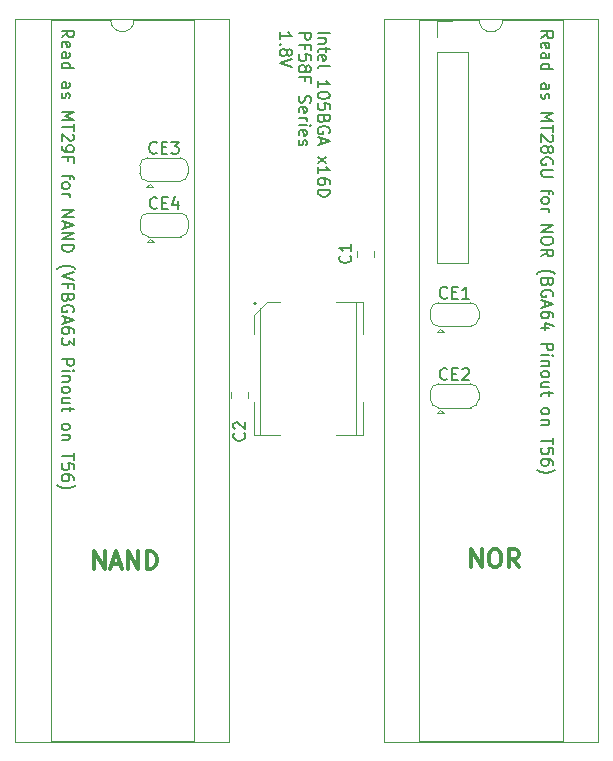
<source format=gbr>
%TF.GenerationSoftware,KiCad,Pcbnew,8.0.3*%
%TF.CreationDate,2024-11-10T11:38:16-08:00*%
%TF.ProjectId,Intel 105 BGA NOR+NAND,496e7465-6c20-4313-9035-20424741204e,rev?*%
%TF.SameCoordinates,Original*%
%TF.FileFunction,Legend,Top*%
%TF.FilePolarity,Positive*%
%FSLAX46Y46*%
G04 Gerber Fmt 4.6, Leading zero omitted, Abs format (unit mm)*
G04 Created by KiCad (PCBNEW 8.0.3) date 2024-11-10 11:38:16*
%MOMM*%
%LPD*%
G01*
G04 APERTURE LIST*
%ADD10C,0.100000*%
%ADD11C,0.300000*%
%ADD12C,0.150000*%
%ADD13C,0.120000*%
%ADD14C,0.200000*%
G04 APERTURE END LIST*
D10*
X159430000Y-97190000D02*
X159427000Y-86512800D01*
X167550000Y-97180000D02*
X167550000Y-85960000D01*
D11*
X145385310Y-108563628D02*
X145385310Y-107063628D01*
X145385310Y-107063628D02*
X146242453Y-108563628D01*
X146242453Y-108563628D02*
X146242453Y-107063628D01*
X146885311Y-108135057D02*
X147599597Y-108135057D01*
X146742454Y-108563628D02*
X147242454Y-107063628D01*
X147242454Y-107063628D02*
X147742454Y-108563628D01*
X148242453Y-108563628D02*
X148242453Y-107063628D01*
X148242453Y-107063628D02*
X149099596Y-108563628D01*
X149099596Y-108563628D02*
X149099596Y-107063628D01*
X149813882Y-108563628D02*
X149813882Y-107063628D01*
X149813882Y-107063628D02*
X150171025Y-107063628D01*
X150171025Y-107063628D02*
X150385311Y-107135057D01*
X150385311Y-107135057D02*
X150528168Y-107277914D01*
X150528168Y-107277914D02*
X150599597Y-107420771D01*
X150599597Y-107420771D02*
X150671025Y-107706485D01*
X150671025Y-107706485D02*
X150671025Y-107920771D01*
X150671025Y-107920771D02*
X150599597Y-108206485D01*
X150599597Y-108206485D02*
X150528168Y-108349342D01*
X150528168Y-108349342D02*
X150385311Y-108492200D01*
X150385311Y-108492200D02*
X150171025Y-108563628D01*
X150171025Y-108563628D02*
X149813882Y-108563628D01*
D12*
X183230180Y-63633207D02*
X183706371Y-63299874D01*
X183230180Y-63061779D02*
X184230180Y-63061779D01*
X184230180Y-63061779D02*
X184230180Y-63442731D01*
X184230180Y-63442731D02*
X184182561Y-63537969D01*
X184182561Y-63537969D02*
X184134942Y-63585588D01*
X184134942Y-63585588D02*
X184039704Y-63633207D01*
X184039704Y-63633207D02*
X183896847Y-63633207D01*
X183896847Y-63633207D02*
X183801609Y-63585588D01*
X183801609Y-63585588D02*
X183753990Y-63537969D01*
X183753990Y-63537969D02*
X183706371Y-63442731D01*
X183706371Y-63442731D02*
X183706371Y-63061779D01*
X183277800Y-64442731D02*
X183230180Y-64347493D01*
X183230180Y-64347493D02*
X183230180Y-64157017D01*
X183230180Y-64157017D02*
X183277800Y-64061779D01*
X183277800Y-64061779D02*
X183373038Y-64014160D01*
X183373038Y-64014160D02*
X183753990Y-64014160D01*
X183753990Y-64014160D02*
X183849228Y-64061779D01*
X183849228Y-64061779D02*
X183896847Y-64157017D01*
X183896847Y-64157017D02*
X183896847Y-64347493D01*
X183896847Y-64347493D02*
X183849228Y-64442731D01*
X183849228Y-64442731D02*
X183753990Y-64490350D01*
X183753990Y-64490350D02*
X183658752Y-64490350D01*
X183658752Y-64490350D02*
X183563514Y-64014160D01*
X183230180Y-65347493D02*
X183753990Y-65347493D01*
X183753990Y-65347493D02*
X183849228Y-65299874D01*
X183849228Y-65299874D02*
X183896847Y-65204636D01*
X183896847Y-65204636D02*
X183896847Y-65014160D01*
X183896847Y-65014160D02*
X183849228Y-64918922D01*
X183277800Y-65347493D02*
X183230180Y-65252255D01*
X183230180Y-65252255D02*
X183230180Y-65014160D01*
X183230180Y-65014160D02*
X183277800Y-64918922D01*
X183277800Y-64918922D02*
X183373038Y-64871303D01*
X183373038Y-64871303D02*
X183468276Y-64871303D01*
X183468276Y-64871303D02*
X183563514Y-64918922D01*
X183563514Y-64918922D02*
X183611133Y-65014160D01*
X183611133Y-65014160D02*
X183611133Y-65252255D01*
X183611133Y-65252255D02*
X183658752Y-65347493D01*
X183230180Y-66252255D02*
X184230180Y-66252255D01*
X183277800Y-66252255D02*
X183230180Y-66157017D01*
X183230180Y-66157017D02*
X183230180Y-65966541D01*
X183230180Y-65966541D02*
X183277800Y-65871303D01*
X183277800Y-65871303D02*
X183325419Y-65823684D01*
X183325419Y-65823684D02*
X183420657Y-65776065D01*
X183420657Y-65776065D02*
X183706371Y-65776065D01*
X183706371Y-65776065D02*
X183801609Y-65823684D01*
X183801609Y-65823684D02*
X183849228Y-65871303D01*
X183849228Y-65871303D02*
X183896847Y-65966541D01*
X183896847Y-65966541D02*
X183896847Y-66157017D01*
X183896847Y-66157017D02*
X183849228Y-66252255D01*
X183230180Y-67918922D02*
X183753990Y-67918922D01*
X183753990Y-67918922D02*
X183849228Y-67871303D01*
X183849228Y-67871303D02*
X183896847Y-67776065D01*
X183896847Y-67776065D02*
X183896847Y-67585589D01*
X183896847Y-67585589D02*
X183849228Y-67490351D01*
X183277800Y-67918922D02*
X183230180Y-67823684D01*
X183230180Y-67823684D02*
X183230180Y-67585589D01*
X183230180Y-67585589D02*
X183277800Y-67490351D01*
X183277800Y-67490351D02*
X183373038Y-67442732D01*
X183373038Y-67442732D02*
X183468276Y-67442732D01*
X183468276Y-67442732D02*
X183563514Y-67490351D01*
X183563514Y-67490351D02*
X183611133Y-67585589D01*
X183611133Y-67585589D02*
X183611133Y-67823684D01*
X183611133Y-67823684D02*
X183658752Y-67918922D01*
X183277800Y-68347494D02*
X183230180Y-68442732D01*
X183230180Y-68442732D02*
X183230180Y-68633208D01*
X183230180Y-68633208D02*
X183277800Y-68728446D01*
X183277800Y-68728446D02*
X183373038Y-68776065D01*
X183373038Y-68776065D02*
X183420657Y-68776065D01*
X183420657Y-68776065D02*
X183515895Y-68728446D01*
X183515895Y-68728446D02*
X183563514Y-68633208D01*
X183563514Y-68633208D02*
X183563514Y-68490351D01*
X183563514Y-68490351D02*
X183611133Y-68395113D01*
X183611133Y-68395113D02*
X183706371Y-68347494D01*
X183706371Y-68347494D02*
X183753990Y-68347494D01*
X183753990Y-68347494D02*
X183849228Y-68395113D01*
X183849228Y-68395113D02*
X183896847Y-68490351D01*
X183896847Y-68490351D02*
X183896847Y-68633208D01*
X183896847Y-68633208D02*
X183849228Y-68728446D01*
X183230180Y-69966542D02*
X184230180Y-69966542D01*
X184230180Y-69966542D02*
X183515895Y-70299875D01*
X183515895Y-70299875D02*
X184230180Y-70633208D01*
X184230180Y-70633208D02*
X183230180Y-70633208D01*
X184230180Y-70966542D02*
X184230180Y-71537970D01*
X183230180Y-71252256D02*
X184230180Y-71252256D01*
X184134942Y-71823685D02*
X184182561Y-71871304D01*
X184182561Y-71871304D02*
X184230180Y-71966542D01*
X184230180Y-71966542D02*
X184230180Y-72204637D01*
X184230180Y-72204637D02*
X184182561Y-72299875D01*
X184182561Y-72299875D02*
X184134942Y-72347494D01*
X184134942Y-72347494D02*
X184039704Y-72395113D01*
X184039704Y-72395113D02*
X183944466Y-72395113D01*
X183944466Y-72395113D02*
X183801609Y-72347494D01*
X183801609Y-72347494D02*
X183230180Y-71776066D01*
X183230180Y-71776066D02*
X183230180Y-72395113D01*
X183801609Y-72966542D02*
X183849228Y-72871304D01*
X183849228Y-72871304D02*
X183896847Y-72823685D01*
X183896847Y-72823685D02*
X183992085Y-72776066D01*
X183992085Y-72776066D02*
X184039704Y-72776066D01*
X184039704Y-72776066D02*
X184134942Y-72823685D01*
X184134942Y-72823685D02*
X184182561Y-72871304D01*
X184182561Y-72871304D02*
X184230180Y-72966542D01*
X184230180Y-72966542D02*
X184230180Y-73157018D01*
X184230180Y-73157018D02*
X184182561Y-73252256D01*
X184182561Y-73252256D02*
X184134942Y-73299875D01*
X184134942Y-73299875D02*
X184039704Y-73347494D01*
X184039704Y-73347494D02*
X183992085Y-73347494D01*
X183992085Y-73347494D02*
X183896847Y-73299875D01*
X183896847Y-73299875D02*
X183849228Y-73252256D01*
X183849228Y-73252256D02*
X183801609Y-73157018D01*
X183801609Y-73157018D02*
X183801609Y-72966542D01*
X183801609Y-72966542D02*
X183753990Y-72871304D01*
X183753990Y-72871304D02*
X183706371Y-72823685D01*
X183706371Y-72823685D02*
X183611133Y-72776066D01*
X183611133Y-72776066D02*
X183420657Y-72776066D01*
X183420657Y-72776066D02*
X183325419Y-72823685D01*
X183325419Y-72823685D02*
X183277800Y-72871304D01*
X183277800Y-72871304D02*
X183230180Y-72966542D01*
X183230180Y-72966542D02*
X183230180Y-73157018D01*
X183230180Y-73157018D02*
X183277800Y-73252256D01*
X183277800Y-73252256D02*
X183325419Y-73299875D01*
X183325419Y-73299875D02*
X183420657Y-73347494D01*
X183420657Y-73347494D02*
X183611133Y-73347494D01*
X183611133Y-73347494D02*
X183706371Y-73299875D01*
X183706371Y-73299875D02*
X183753990Y-73252256D01*
X183753990Y-73252256D02*
X183801609Y-73157018D01*
X184182561Y-74299875D02*
X184230180Y-74204637D01*
X184230180Y-74204637D02*
X184230180Y-74061780D01*
X184230180Y-74061780D02*
X184182561Y-73918923D01*
X184182561Y-73918923D02*
X184087323Y-73823685D01*
X184087323Y-73823685D02*
X183992085Y-73776066D01*
X183992085Y-73776066D02*
X183801609Y-73728447D01*
X183801609Y-73728447D02*
X183658752Y-73728447D01*
X183658752Y-73728447D02*
X183468276Y-73776066D01*
X183468276Y-73776066D02*
X183373038Y-73823685D01*
X183373038Y-73823685D02*
X183277800Y-73918923D01*
X183277800Y-73918923D02*
X183230180Y-74061780D01*
X183230180Y-74061780D02*
X183230180Y-74157018D01*
X183230180Y-74157018D02*
X183277800Y-74299875D01*
X183277800Y-74299875D02*
X183325419Y-74347494D01*
X183325419Y-74347494D02*
X183658752Y-74347494D01*
X183658752Y-74347494D02*
X183658752Y-74157018D01*
X184230180Y-74776066D02*
X183420657Y-74776066D01*
X183420657Y-74776066D02*
X183325419Y-74823685D01*
X183325419Y-74823685D02*
X183277800Y-74871304D01*
X183277800Y-74871304D02*
X183230180Y-74966542D01*
X183230180Y-74966542D02*
X183230180Y-75157018D01*
X183230180Y-75157018D02*
X183277800Y-75252256D01*
X183277800Y-75252256D02*
X183325419Y-75299875D01*
X183325419Y-75299875D02*
X183420657Y-75347494D01*
X183420657Y-75347494D02*
X184230180Y-75347494D01*
X183896847Y-76442733D02*
X183896847Y-76823685D01*
X183230180Y-76585590D02*
X184087323Y-76585590D01*
X184087323Y-76585590D02*
X184182561Y-76633209D01*
X184182561Y-76633209D02*
X184230180Y-76728447D01*
X184230180Y-76728447D02*
X184230180Y-76823685D01*
X183230180Y-77299876D02*
X183277800Y-77204638D01*
X183277800Y-77204638D02*
X183325419Y-77157019D01*
X183325419Y-77157019D02*
X183420657Y-77109400D01*
X183420657Y-77109400D02*
X183706371Y-77109400D01*
X183706371Y-77109400D02*
X183801609Y-77157019D01*
X183801609Y-77157019D02*
X183849228Y-77204638D01*
X183849228Y-77204638D02*
X183896847Y-77299876D01*
X183896847Y-77299876D02*
X183896847Y-77442733D01*
X183896847Y-77442733D02*
X183849228Y-77537971D01*
X183849228Y-77537971D02*
X183801609Y-77585590D01*
X183801609Y-77585590D02*
X183706371Y-77633209D01*
X183706371Y-77633209D02*
X183420657Y-77633209D01*
X183420657Y-77633209D02*
X183325419Y-77585590D01*
X183325419Y-77585590D02*
X183277800Y-77537971D01*
X183277800Y-77537971D02*
X183230180Y-77442733D01*
X183230180Y-77442733D02*
X183230180Y-77299876D01*
X183230180Y-78061781D02*
X183896847Y-78061781D01*
X183706371Y-78061781D02*
X183801609Y-78109400D01*
X183801609Y-78109400D02*
X183849228Y-78157019D01*
X183849228Y-78157019D02*
X183896847Y-78252257D01*
X183896847Y-78252257D02*
X183896847Y-78347495D01*
X183230180Y-79442734D02*
X184230180Y-79442734D01*
X184230180Y-79442734D02*
X183230180Y-80014162D01*
X183230180Y-80014162D02*
X184230180Y-80014162D01*
X184230180Y-80680829D02*
X184230180Y-80871305D01*
X184230180Y-80871305D02*
X184182561Y-80966543D01*
X184182561Y-80966543D02*
X184087323Y-81061781D01*
X184087323Y-81061781D02*
X183896847Y-81109400D01*
X183896847Y-81109400D02*
X183563514Y-81109400D01*
X183563514Y-81109400D02*
X183373038Y-81061781D01*
X183373038Y-81061781D02*
X183277800Y-80966543D01*
X183277800Y-80966543D02*
X183230180Y-80871305D01*
X183230180Y-80871305D02*
X183230180Y-80680829D01*
X183230180Y-80680829D02*
X183277800Y-80585591D01*
X183277800Y-80585591D02*
X183373038Y-80490353D01*
X183373038Y-80490353D02*
X183563514Y-80442734D01*
X183563514Y-80442734D02*
X183896847Y-80442734D01*
X183896847Y-80442734D02*
X184087323Y-80490353D01*
X184087323Y-80490353D02*
X184182561Y-80585591D01*
X184182561Y-80585591D02*
X184230180Y-80680829D01*
X183230180Y-82109400D02*
X183706371Y-81776067D01*
X183230180Y-81537972D02*
X184230180Y-81537972D01*
X184230180Y-81537972D02*
X184230180Y-81918924D01*
X184230180Y-81918924D02*
X184182561Y-82014162D01*
X184182561Y-82014162D02*
X184134942Y-82061781D01*
X184134942Y-82061781D02*
X184039704Y-82109400D01*
X184039704Y-82109400D02*
X183896847Y-82109400D01*
X183896847Y-82109400D02*
X183801609Y-82061781D01*
X183801609Y-82061781D02*
X183753990Y-82014162D01*
X183753990Y-82014162D02*
X183706371Y-81918924D01*
X183706371Y-81918924D02*
X183706371Y-81537972D01*
X182849228Y-83585591D02*
X182896847Y-83537972D01*
X182896847Y-83537972D02*
X183039704Y-83442734D01*
X183039704Y-83442734D02*
X183134942Y-83395115D01*
X183134942Y-83395115D02*
X183277800Y-83347496D01*
X183277800Y-83347496D02*
X183515895Y-83299877D01*
X183515895Y-83299877D02*
X183706371Y-83299877D01*
X183706371Y-83299877D02*
X183944466Y-83347496D01*
X183944466Y-83347496D02*
X184087323Y-83395115D01*
X184087323Y-83395115D02*
X184182561Y-83442734D01*
X184182561Y-83442734D02*
X184325419Y-83537972D01*
X184325419Y-83537972D02*
X184373038Y-83585591D01*
X183753990Y-84299877D02*
X183706371Y-84442734D01*
X183706371Y-84442734D02*
X183658752Y-84490353D01*
X183658752Y-84490353D02*
X183563514Y-84537972D01*
X183563514Y-84537972D02*
X183420657Y-84537972D01*
X183420657Y-84537972D02*
X183325419Y-84490353D01*
X183325419Y-84490353D02*
X183277800Y-84442734D01*
X183277800Y-84442734D02*
X183230180Y-84347496D01*
X183230180Y-84347496D02*
X183230180Y-83966544D01*
X183230180Y-83966544D02*
X184230180Y-83966544D01*
X184230180Y-83966544D02*
X184230180Y-84299877D01*
X184230180Y-84299877D02*
X184182561Y-84395115D01*
X184182561Y-84395115D02*
X184134942Y-84442734D01*
X184134942Y-84442734D02*
X184039704Y-84490353D01*
X184039704Y-84490353D02*
X183944466Y-84490353D01*
X183944466Y-84490353D02*
X183849228Y-84442734D01*
X183849228Y-84442734D02*
X183801609Y-84395115D01*
X183801609Y-84395115D02*
X183753990Y-84299877D01*
X183753990Y-84299877D02*
X183753990Y-83966544D01*
X184182561Y-85490353D02*
X184230180Y-85395115D01*
X184230180Y-85395115D02*
X184230180Y-85252258D01*
X184230180Y-85252258D02*
X184182561Y-85109401D01*
X184182561Y-85109401D02*
X184087323Y-85014163D01*
X184087323Y-85014163D02*
X183992085Y-84966544D01*
X183992085Y-84966544D02*
X183801609Y-84918925D01*
X183801609Y-84918925D02*
X183658752Y-84918925D01*
X183658752Y-84918925D02*
X183468276Y-84966544D01*
X183468276Y-84966544D02*
X183373038Y-85014163D01*
X183373038Y-85014163D02*
X183277800Y-85109401D01*
X183277800Y-85109401D02*
X183230180Y-85252258D01*
X183230180Y-85252258D02*
X183230180Y-85347496D01*
X183230180Y-85347496D02*
X183277800Y-85490353D01*
X183277800Y-85490353D02*
X183325419Y-85537972D01*
X183325419Y-85537972D02*
X183658752Y-85537972D01*
X183658752Y-85537972D02*
X183658752Y-85347496D01*
X183515895Y-85918925D02*
X183515895Y-86395115D01*
X183230180Y-85823687D02*
X184230180Y-86157020D01*
X184230180Y-86157020D02*
X183230180Y-86490353D01*
X184230180Y-87252258D02*
X184230180Y-87061782D01*
X184230180Y-87061782D02*
X184182561Y-86966544D01*
X184182561Y-86966544D02*
X184134942Y-86918925D01*
X184134942Y-86918925D02*
X183992085Y-86823687D01*
X183992085Y-86823687D02*
X183801609Y-86776068D01*
X183801609Y-86776068D02*
X183420657Y-86776068D01*
X183420657Y-86776068D02*
X183325419Y-86823687D01*
X183325419Y-86823687D02*
X183277800Y-86871306D01*
X183277800Y-86871306D02*
X183230180Y-86966544D01*
X183230180Y-86966544D02*
X183230180Y-87157020D01*
X183230180Y-87157020D02*
X183277800Y-87252258D01*
X183277800Y-87252258D02*
X183325419Y-87299877D01*
X183325419Y-87299877D02*
X183420657Y-87347496D01*
X183420657Y-87347496D02*
X183658752Y-87347496D01*
X183658752Y-87347496D02*
X183753990Y-87299877D01*
X183753990Y-87299877D02*
X183801609Y-87252258D01*
X183801609Y-87252258D02*
X183849228Y-87157020D01*
X183849228Y-87157020D02*
X183849228Y-86966544D01*
X183849228Y-86966544D02*
X183801609Y-86871306D01*
X183801609Y-86871306D02*
X183753990Y-86823687D01*
X183753990Y-86823687D02*
X183658752Y-86776068D01*
X183896847Y-88204639D02*
X183230180Y-88204639D01*
X184277800Y-87966544D02*
X183563514Y-87728449D01*
X183563514Y-87728449D02*
X183563514Y-88347496D01*
X183230180Y-89490354D02*
X184230180Y-89490354D01*
X184230180Y-89490354D02*
X184230180Y-89871306D01*
X184230180Y-89871306D02*
X184182561Y-89966544D01*
X184182561Y-89966544D02*
X184134942Y-90014163D01*
X184134942Y-90014163D02*
X184039704Y-90061782D01*
X184039704Y-90061782D02*
X183896847Y-90061782D01*
X183896847Y-90061782D02*
X183801609Y-90014163D01*
X183801609Y-90014163D02*
X183753990Y-89966544D01*
X183753990Y-89966544D02*
X183706371Y-89871306D01*
X183706371Y-89871306D02*
X183706371Y-89490354D01*
X183230180Y-90490354D02*
X183896847Y-90490354D01*
X184230180Y-90490354D02*
X184182561Y-90442735D01*
X184182561Y-90442735D02*
X184134942Y-90490354D01*
X184134942Y-90490354D02*
X184182561Y-90537973D01*
X184182561Y-90537973D02*
X184230180Y-90490354D01*
X184230180Y-90490354D02*
X184134942Y-90490354D01*
X183896847Y-90966544D02*
X183230180Y-90966544D01*
X183801609Y-90966544D02*
X183849228Y-91014163D01*
X183849228Y-91014163D02*
X183896847Y-91109401D01*
X183896847Y-91109401D02*
X183896847Y-91252258D01*
X183896847Y-91252258D02*
X183849228Y-91347496D01*
X183849228Y-91347496D02*
X183753990Y-91395115D01*
X183753990Y-91395115D02*
X183230180Y-91395115D01*
X183230180Y-92014163D02*
X183277800Y-91918925D01*
X183277800Y-91918925D02*
X183325419Y-91871306D01*
X183325419Y-91871306D02*
X183420657Y-91823687D01*
X183420657Y-91823687D02*
X183706371Y-91823687D01*
X183706371Y-91823687D02*
X183801609Y-91871306D01*
X183801609Y-91871306D02*
X183849228Y-91918925D01*
X183849228Y-91918925D02*
X183896847Y-92014163D01*
X183896847Y-92014163D02*
X183896847Y-92157020D01*
X183896847Y-92157020D02*
X183849228Y-92252258D01*
X183849228Y-92252258D02*
X183801609Y-92299877D01*
X183801609Y-92299877D02*
X183706371Y-92347496D01*
X183706371Y-92347496D02*
X183420657Y-92347496D01*
X183420657Y-92347496D02*
X183325419Y-92299877D01*
X183325419Y-92299877D02*
X183277800Y-92252258D01*
X183277800Y-92252258D02*
X183230180Y-92157020D01*
X183230180Y-92157020D02*
X183230180Y-92014163D01*
X183896847Y-93204639D02*
X183230180Y-93204639D01*
X183896847Y-92776068D02*
X183373038Y-92776068D01*
X183373038Y-92776068D02*
X183277800Y-92823687D01*
X183277800Y-92823687D02*
X183230180Y-92918925D01*
X183230180Y-92918925D02*
X183230180Y-93061782D01*
X183230180Y-93061782D02*
X183277800Y-93157020D01*
X183277800Y-93157020D02*
X183325419Y-93204639D01*
X183896847Y-93537973D02*
X183896847Y-93918925D01*
X184230180Y-93680830D02*
X183373038Y-93680830D01*
X183373038Y-93680830D02*
X183277800Y-93728449D01*
X183277800Y-93728449D02*
X183230180Y-93823687D01*
X183230180Y-93823687D02*
X183230180Y-93918925D01*
X183230180Y-95157021D02*
X183277800Y-95061783D01*
X183277800Y-95061783D02*
X183325419Y-95014164D01*
X183325419Y-95014164D02*
X183420657Y-94966545D01*
X183420657Y-94966545D02*
X183706371Y-94966545D01*
X183706371Y-94966545D02*
X183801609Y-95014164D01*
X183801609Y-95014164D02*
X183849228Y-95061783D01*
X183849228Y-95061783D02*
X183896847Y-95157021D01*
X183896847Y-95157021D02*
X183896847Y-95299878D01*
X183896847Y-95299878D02*
X183849228Y-95395116D01*
X183849228Y-95395116D02*
X183801609Y-95442735D01*
X183801609Y-95442735D02*
X183706371Y-95490354D01*
X183706371Y-95490354D02*
X183420657Y-95490354D01*
X183420657Y-95490354D02*
X183325419Y-95442735D01*
X183325419Y-95442735D02*
X183277800Y-95395116D01*
X183277800Y-95395116D02*
X183230180Y-95299878D01*
X183230180Y-95299878D02*
X183230180Y-95157021D01*
X183896847Y-95918926D02*
X183230180Y-95918926D01*
X183801609Y-95918926D02*
X183849228Y-95966545D01*
X183849228Y-95966545D02*
X183896847Y-96061783D01*
X183896847Y-96061783D02*
X183896847Y-96204640D01*
X183896847Y-96204640D02*
X183849228Y-96299878D01*
X183849228Y-96299878D02*
X183753990Y-96347497D01*
X183753990Y-96347497D02*
X183230180Y-96347497D01*
X184230180Y-97442736D02*
X184230180Y-98014164D01*
X183230180Y-97728450D02*
X184230180Y-97728450D01*
X184230180Y-98823688D02*
X184230180Y-98347498D01*
X184230180Y-98347498D02*
X183753990Y-98299879D01*
X183753990Y-98299879D02*
X183801609Y-98347498D01*
X183801609Y-98347498D02*
X183849228Y-98442736D01*
X183849228Y-98442736D02*
X183849228Y-98680831D01*
X183849228Y-98680831D02*
X183801609Y-98776069D01*
X183801609Y-98776069D02*
X183753990Y-98823688D01*
X183753990Y-98823688D02*
X183658752Y-98871307D01*
X183658752Y-98871307D02*
X183420657Y-98871307D01*
X183420657Y-98871307D02*
X183325419Y-98823688D01*
X183325419Y-98823688D02*
X183277800Y-98776069D01*
X183277800Y-98776069D02*
X183230180Y-98680831D01*
X183230180Y-98680831D02*
X183230180Y-98442736D01*
X183230180Y-98442736D02*
X183277800Y-98347498D01*
X183277800Y-98347498D02*
X183325419Y-98299879D01*
X184230180Y-99728450D02*
X184230180Y-99537974D01*
X184230180Y-99537974D02*
X184182561Y-99442736D01*
X184182561Y-99442736D02*
X184134942Y-99395117D01*
X184134942Y-99395117D02*
X183992085Y-99299879D01*
X183992085Y-99299879D02*
X183801609Y-99252260D01*
X183801609Y-99252260D02*
X183420657Y-99252260D01*
X183420657Y-99252260D02*
X183325419Y-99299879D01*
X183325419Y-99299879D02*
X183277800Y-99347498D01*
X183277800Y-99347498D02*
X183230180Y-99442736D01*
X183230180Y-99442736D02*
X183230180Y-99633212D01*
X183230180Y-99633212D02*
X183277800Y-99728450D01*
X183277800Y-99728450D02*
X183325419Y-99776069D01*
X183325419Y-99776069D02*
X183420657Y-99823688D01*
X183420657Y-99823688D02*
X183658752Y-99823688D01*
X183658752Y-99823688D02*
X183753990Y-99776069D01*
X183753990Y-99776069D02*
X183801609Y-99728450D01*
X183801609Y-99728450D02*
X183849228Y-99633212D01*
X183849228Y-99633212D02*
X183849228Y-99442736D01*
X183849228Y-99442736D02*
X183801609Y-99347498D01*
X183801609Y-99347498D02*
X183753990Y-99299879D01*
X183753990Y-99299879D02*
X183658752Y-99252260D01*
X182849228Y-100157022D02*
X182896847Y-100204641D01*
X182896847Y-100204641D02*
X183039704Y-100299879D01*
X183039704Y-100299879D02*
X183134942Y-100347498D01*
X183134942Y-100347498D02*
X183277800Y-100395117D01*
X183277800Y-100395117D02*
X183515895Y-100442736D01*
X183515895Y-100442736D02*
X183706371Y-100442736D01*
X183706371Y-100442736D02*
X183944466Y-100395117D01*
X183944466Y-100395117D02*
X184087323Y-100347498D01*
X184087323Y-100347498D02*
X184182561Y-100299879D01*
X184182561Y-100299879D02*
X184325419Y-100204641D01*
X184325419Y-100204641D02*
X184373038Y-100157022D01*
D11*
X177313110Y-108411228D02*
X177313110Y-106911228D01*
X177313110Y-106911228D02*
X178170253Y-108411228D01*
X178170253Y-108411228D02*
X178170253Y-106911228D01*
X179170254Y-106911228D02*
X179455968Y-106911228D01*
X179455968Y-106911228D02*
X179598825Y-106982657D01*
X179598825Y-106982657D02*
X179741682Y-107125514D01*
X179741682Y-107125514D02*
X179813111Y-107411228D01*
X179813111Y-107411228D02*
X179813111Y-107911228D01*
X179813111Y-107911228D02*
X179741682Y-108196942D01*
X179741682Y-108196942D02*
X179598825Y-108339800D01*
X179598825Y-108339800D02*
X179455968Y-108411228D01*
X179455968Y-108411228D02*
X179170254Y-108411228D01*
X179170254Y-108411228D02*
X179027397Y-108339800D01*
X179027397Y-108339800D02*
X178884539Y-108196942D01*
X178884539Y-108196942D02*
X178813111Y-107911228D01*
X178813111Y-107911228D02*
X178813111Y-107411228D01*
X178813111Y-107411228D02*
X178884539Y-107125514D01*
X178884539Y-107125514D02*
X179027397Y-106982657D01*
X179027397Y-106982657D02*
X179170254Y-106911228D01*
X181313111Y-108411228D02*
X180813111Y-107696942D01*
X180455968Y-108411228D02*
X180455968Y-106911228D01*
X180455968Y-106911228D02*
X181027397Y-106911228D01*
X181027397Y-106911228D02*
X181170254Y-106982657D01*
X181170254Y-106982657D02*
X181241683Y-107054085D01*
X181241683Y-107054085D02*
X181313111Y-107196942D01*
X181313111Y-107196942D02*
X181313111Y-107411228D01*
X181313111Y-107411228D02*
X181241683Y-107554085D01*
X181241683Y-107554085D02*
X181170254Y-107625514D01*
X181170254Y-107625514D02*
X181027397Y-107696942D01*
X181027397Y-107696942D02*
X180455968Y-107696942D01*
D12*
X164310068Y-63176779D02*
X165310068Y-63176779D01*
X164976735Y-63652969D02*
X164310068Y-63652969D01*
X164881497Y-63652969D02*
X164929116Y-63700588D01*
X164929116Y-63700588D02*
X164976735Y-63795826D01*
X164976735Y-63795826D02*
X164976735Y-63938683D01*
X164976735Y-63938683D02*
X164929116Y-64033921D01*
X164929116Y-64033921D02*
X164833878Y-64081540D01*
X164833878Y-64081540D02*
X164310068Y-64081540D01*
X164976735Y-64414874D02*
X164976735Y-64795826D01*
X165310068Y-64557731D02*
X164452926Y-64557731D01*
X164452926Y-64557731D02*
X164357688Y-64605350D01*
X164357688Y-64605350D02*
X164310068Y-64700588D01*
X164310068Y-64700588D02*
X164310068Y-64795826D01*
X164357688Y-65510112D02*
X164310068Y-65414874D01*
X164310068Y-65414874D02*
X164310068Y-65224398D01*
X164310068Y-65224398D02*
X164357688Y-65129160D01*
X164357688Y-65129160D02*
X164452926Y-65081541D01*
X164452926Y-65081541D02*
X164833878Y-65081541D01*
X164833878Y-65081541D02*
X164929116Y-65129160D01*
X164929116Y-65129160D02*
X164976735Y-65224398D01*
X164976735Y-65224398D02*
X164976735Y-65414874D01*
X164976735Y-65414874D02*
X164929116Y-65510112D01*
X164929116Y-65510112D02*
X164833878Y-65557731D01*
X164833878Y-65557731D02*
X164738640Y-65557731D01*
X164738640Y-65557731D02*
X164643402Y-65081541D01*
X164310068Y-66129160D02*
X164357688Y-66033922D01*
X164357688Y-66033922D02*
X164452926Y-65986303D01*
X164452926Y-65986303D02*
X165310068Y-65986303D01*
X164310068Y-67795827D02*
X164310068Y-67224399D01*
X164310068Y-67510113D02*
X165310068Y-67510113D01*
X165310068Y-67510113D02*
X165167211Y-67414875D01*
X165167211Y-67414875D02*
X165071973Y-67319637D01*
X165071973Y-67319637D02*
X165024354Y-67224399D01*
X165310068Y-68414875D02*
X165310068Y-68510113D01*
X165310068Y-68510113D02*
X165262449Y-68605351D01*
X165262449Y-68605351D02*
X165214830Y-68652970D01*
X165214830Y-68652970D02*
X165119592Y-68700589D01*
X165119592Y-68700589D02*
X164929116Y-68748208D01*
X164929116Y-68748208D02*
X164691021Y-68748208D01*
X164691021Y-68748208D02*
X164500545Y-68700589D01*
X164500545Y-68700589D02*
X164405307Y-68652970D01*
X164405307Y-68652970D02*
X164357688Y-68605351D01*
X164357688Y-68605351D02*
X164310068Y-68510113D01*
X164310068Y-68510113D02*
X164310068Y-68414875D01*
X164310068Y-68414875D02*
X164357688Y-68319637D01*
X164357688Y-68319637D02*
X164405307Y-68272018D01*
X164405307Y-68272018D02*
X164500545Y-68224399D01*
X164500545Y-68224399D02*
X164691021Y-68176780D01*
X164691021Y-68176780D02*
X164929116Y-68176780D01*
X164929116Y-68176780D02*
X165119592Y-68224399D01*
X165119592Y-68224399D02*
X165214830Y-68272018D01*
X165214830Y-68272018D02*
X165262449Y-68319637D01*
X165262449Y-68319637D02*
X165310068Y-68414875D01*
X165310068Y-69652970D02*
X165310068Y-69176780D01*
X165310068Y-69176780D02*
X164833878Y-69129161D01*
X164833878Y-69129161D02*
X164881497Y-69176780D01*
X164881497Y-69176780D02*
X164929116Y-69272018D01*
X164929116Y-69272018D02*
X164929116Y-69510113D01*
X164929116Y-69510113D02*
X164881497Y-69605351D01*
X164881497Y-69605351D02*
X164833878Y-69652970D01*
X164833878Y-69652970D02*
X164738640Y-69700589D01*
X164738640Y-69700589D02*
X164500545Y-69700589D01*
X164500545Y-69700589D02*
X164405307Y-69652970D01*
X164405307Y-69652970D02*
X164357688Y-69605351D01*
X164357688Y-69605351D02*
X164310068Y-69510113D01*
X164310068Y-69510113D02*
X164310068Y-69272018D01*
X164310068Y-69272018D02*
X164357688Y-69176780D01*
X164357688Y-69176780D02*
X164405307Y-69129161D01*
X164833878Y-70462494D02*
X164786259Y-70605351D01*
X164786259Y-70605351D02*
X164738640Y-70652970D01*
X164738640Y-70652970D02*
X164643402Y-70700589D01*
X164643402Y-70700589D02*
X164500545Y-70700589D01*
X164500545Y-70700589D02*
X164405307Y-70652970D01*
X164405307Y-70652970D02*
X164357688Y-70605351D01*
X164357688Y-70605351D02*
X164310068Y-70510113D01*
X164310068Y-70510113D02*
X164310068Y-70129161D01*
X164310068Y-70129161D02*
X165310068Y-70129161D01*
X165310068Y-70129161D02*
X165310068Y-70462494D01*
X165310068Y-70462494D02*
X165262449Y-70557732D01*
X165262449Y-70557732D02*
X165214830Y-70605351D01*
X165214830Y-70605351D02*
X165119592Y-70652970D01*
X165119592Y-70652970D02*
X165024354Y-70652970D01*
X165024354Y-70652970D02*
X164929116Y-70605351D01*
X164929116Y-70605351D02*
X164881497Y-70557732D01*
X164881497Y-70557732D02*
X164833878Y-70462494D01*
X164833878Y-70462494D02*
X164833878Y-70129161D01*
X165262449Y-71652970D02*
X165310068Y-71557732D01*
X165310068Y-71557732D02*
X165310068Y-71414875D01*
X165310068Y-71414875D02*
X165262449Y-71272018D01*
X165262449Y-71272018D02*
X165167211Y-71176780D01*
X165167211Y-71176780D02*
X165071973Y-71129161D01*
X165071973Y-71129161D02*
X164881497Y-71081542D01*
X164881497Y-71081542D02*
X164738640Y-71081542D01*
X164738640Y-71081542D02*
X164548164Y-71129161D01*
X164548164Y-71129161D02*
X164452926Y-71176780D01*
X164452926Y-71176780D02*
X164357688Y-71272018D01*
X164357688Y-71272018D02*
X164310068Y-71414875D01*
X164310068Y-71414875D02*
X164310068Y-71510113D01*
X164310068Y-71510113D02*
X164357688Y-71652970D01*
X164357688Y-71652970D02*
X164405307Y-71700589D01*
X164405307Y-71700589D02*
X164738640Y-71700589D01*
X164738640Y-71700589D02*
X164738640Y-71510113D01*
X164595783Y-72081542D02*
X164595783Y-72557732D01*
X164310068Y-71986304D02*
X165310068Y-72319637D01*
X165310068Y-72319637D02*
X164310068Y-72652970D01*
X164310068Y-73652971D02*
X164976735Y-74176780D01*
X164976735Y-73652971D02*
X164310068Y-74176780D01*
X164310068Y-75081542D02*
X164310068Y-74510114D01*
X164310068Y-74795828D02*
X165310068Y-74795828D01*
X165310068Y-74795828D02*
X165167211Y-74700590D01*
X165167211Y-74700590D02*
X165071973Y-74605352D01*
X165071973Y-74605352D02*
X165024354Y-74510114D01*
X165310068Y-75938685D02*
X165310068Y-75748209D01*
X165310068Y-75748209D02*
X165262449Y-75652971D01*
X165262449Y-75652971D02*
X165214830Y-75605352D01*
X165214830Y-75605352D02*
X165071973Y-75510114D01*
X165071973Y-75510114D02*
X164881497Y-75462495D01*
X164881497Y-75462495D02*
X164500545Y-75462495D01*
X164500545Y-75462495D02*
X164405307Y-75510114D01*
X164405307Y-75510114D02*
X164357688Y-75557733D01*
X164357688Y-75557733D02*
X164310068Y-75652971D01*
X164310068Y-75652971D02*
X164310068Y-75843447D01*
X164310068Y-75843447D02*
X164357688Y-75938685D01*
X164357688Y-75938685D02*
X164405307Y-75986304D01*
X164405307Y-75986304D02*
X164500545Y-76033923D01*
X164500545Y-76033923D02*
X164738640Y-76033923D01*
X164738640Y-76033923D02*
X164833878Y-75986304D01*
X164833878Y-75986304D02*
X164881497Y-75938685D01*
X164881497Y-75938685D02*
X164929116Y-75843447D01*
X164929116Y-75843447D02*
X164929116Y-75652971D01*
X164929116Y-75652971D02*
X164881497Y-75557733D01*
X164881497Y-75557733D02*
X164833878Y-75510114D01*
X164833878Y-75510114D02*
X164738640Y-75462495D01*
X164310068Y-76462495D02*
X165310068Y-76462495D01*
X165310068Y-76462495D02*
X165310068Y-76700590D01*
X165310068Y-76700590D02*
X165262449Y-76843447D01*
X165262449Y-76843447D02*
X165167211Y-76938685D01*
X165167211Y-76938685D02*
X165071973Y-76986304D01*
X165071973Y-76986304D02*
X164881497Y-77033923D01*
X164881497Y-77033923D02*
X164738640Y-77033923D01*
X164738640Y-77033923D02*
X164548164Y-76986304D01*
X164548164Y-76986304D02*
X164452926Y-76938685D01*
X164452926Y-76938685D02*
X164357688Y-76843447D01*
X164357688Y-76843447D02*
X164310068Y-76700590D01*
X164310068Y-76700590D02*
X164310068Y-76462495D01*
X162700124Y-63176779D02*
X163700124Y-63176779D01*
X163700124Y-63176779D02*
X163700124Y-63557731D01*
X163700124Y-63557731D02*
X163652505Y-63652969D01*
X163652505Y-63652969D02*
X163604886Y-63700588D01*
X163604886Y-63700588D02*
X163509648Y-63748207D01*
X163509648Y-63748207D02*
X163366791Y-63748207D01*
X163366791Y-63748207D02*
X163271553Y-63700588D01*
X163271553Y-63700588D02*
X163223934Y-63652969D01*
X163223934Y-63652969D02*
X163176315Y-63557731D01*
X163176315Y-63557731D02*
X163176315Y-63176779D01*
X163223934Y-64510112D02*
X163223934Y-64176779D01*
X162700124Y-64176779D02*
X163700124Y-64176779D01*
X163700124Y-64176779D02*
X163700124Y-64652969D01*
X163700124Y-65510112D02*
X163700124Y-65033922D01*
X163700124Y-65033922D02*
X163223934Y-64986303D01*
X163223934Y-64986303D02*
X163271553Y-65033922D01*
X163271553Y-65033922D02*
X163319172Y-65129160D01*
X163319172Y-65129160D02*
X163319172Y-65367255D01*
X163319172Y-65367255D02*
X163271553Y-65462493D01*
X163271553Y-65462493D02*
X163223934Y-65510112D01*
X163223934Y-65510112D02*
X163128696Y-65557731D01*
X163128696Y-65557731D02*
X162890601Y-65557731D01*
X162890601Y-65557731D02*
X162795363Y-65510112D01*
X162795363Y-65510112D02*
X162747744Y-65462493D01*
X162747744Y-65462493D02*
X162700124Y-65367255D01*
X162700124Y-65367255D02*
X162700124Y-65129160D01*
X162700124Y-65129160D02*
X162747744Y-65033922D01*
X162747744Y-65033922D02*
X162795363Y-64986303D01*
X163271553Y-66129160D02*
X163319172Y-66033922D01*
X163319172Y-66033922D02*
X163366791Y-65986303D01*
X163366791Y-65986303D02*
X163462029Y-65938684D01*
X163462029Y-65938684D02*
X163509648Y-65938684D01*
X163509648Y-65938684D02*
X163604886Y-65986303D01*
X163604886Y-65986303D02*
X163652505Y-66033922D01*
X163652505Y-66033922D02*
X163700124Y-66129160D01*
X163700124Y-66129160D02*
X163700124Y-66319636D01*
X163700124Y-66319636D02*
X163652505Y-66414874D01*
X163652505Y-66414874D02*
X163604886Y-66462493D01*
X163604886Y-66462493D02*
X163509648Y-66510112D01*
X163509648Y-66510112D02*
X163462029Y-66510112D01*
X163462029Y-66510112D02*
X163366791Y-66462493D01*
X163366791Y-66462493D02*
X163319172Y-66414874D01*
X163319172Y-66414874D02*
X163271553Y-66319636D01*
X163271553Y-66319636D02*
X163271553Y-66129160D01*
X163271553Y-66129160D02*
X163223934Y-66033922D01*
X163223934Y-66033922D02*
X163176315Y-65986303D01*
X163176315Y-65986303D02*
X163081077Y-65938684D01*
X163081077Y-65938684D02*
X162890601Y-65938684D01*
X162890601Y-65938684D02*
X162795363Y-65986303D01*
X162795363Y-65986303D02*
X162747744Y-66033922D01*
X162747744Y-66033922D02*
X162700124Y-66129160D01*
X162700124Y-66129160D02*
X162700124Y-66319636D01*
X162700124Y-66319636D02*
X162747744Y-66414874D01*
X162747744Y-66414874D02*
X162795363Y-66462493D01*
X162795363Y-66462493D02*
X162890601Y-66510112D01*
X162890601Y-66510112D02*
X163081077Y-66510112D01*
X163081077Y-66510112D02*
X163176315Y-66462493D01*
X163176315Y-66462493D02*
X163223934Y-66414874D01*
X163223934Y-66414874D02*
X163271553Y-66319636D01*
X163223934Y-67272017D02*
X163223934Y-66938684D01*
X162700124Y-66938684D02*
X163700124Y-66938684D01*
X163700124Y-66938684D02*
X163700124Y-67414874D01*
X162747744Y-68510113D02*
X162700124Y-68652970D01*
X162700124Y-68652970D02*
X162700124Y-68891065D01*
X162700124Y-68891065D02*
X162747744Y-68986303D01*
X162747744Y-68986303D02*
X162795363Y-69033922D01*
X162795363Y-69033922D02*
X162890601Y-69081541D01*
X162890601Y-69081541D02*
X162985839Y-69081541D01*
X162985839Y-69081541D02*
X163081077Y-69033922D01*
X163081077Y-69033922D02*
X163128696Y-68986303D01*
X163128696Y-68986303D02*
X163176315Y-68891065D01*
X163176315Y-68891065D02*
X163223934Y-68700589D01*
X163223934Y-68700589D02*
X163271553Y-68605351D01*
X163271553Y-68605351D02*
X163319172Y-68557732D01*
X163319172Y-68557732D02*
X163414410Y-68510113D01*
X163414410Y-68510113D02*
X163509648Y-68510113D01*
X163509648Y-68510113D02*
X163604886Y-68557732D01*
X163604886Y-68557732D02*
X163652505Y-68605351D01*
X163652505Y-68605351D02*
X163700124Y-68700589D01*
X163700124Y-68700589D02*
X163700124Y-68938684D01*
X163700124Y-68938684D02*
X163652505Y-69081541D01*
X162747744Y-69891065D02*
X162700124Y-69795827D01*
X162700124Y-69795827D02*
X162700124Y-69605351D01*
X162700124Y-69605351D02*
X162747744Y-69510113D01*
X162747744Y-69510113D02*
X162842982Y-69462494D01*
X162842982Y-69462494D02*
X163223934Y-69462494D01*
X163223934Y-69462494D02*
X163319172Y-69510113D01*
X163319172Y-69510113D02*
X163366791Y-69605351D01*
X163366791Y-69605351D02*
X163366791Y-69795827D01*
X163366791Y-69795827D02*
X163319172Y-69891065D01*
X163319172Y-69891065D02*
X163223934Y-69938684D01*
X163223934Y-69938684D02*
X163128696Y-69938684D01*
X163128696Y-69938684D02*
X163033458Y-69462494D01*
X162700124Y-70367256D02*
X163366791Y-70367256D01*
X163176315Y-70367256D02*
X163271553Y-70414875D01*
X163271553Y-70414875D02*
X163319172Y-70462494D01*
X163319172Y-70462494D02*
X163366791Y-70557732D01*
X163366791Y-70557732D02*
X163366791Y-70652970D01*
X162700124Y-70986304D02*
X163366791Y-70986304D01*
X163700124Y-70986304D02*
X163652505Y-70938685D01*
X163652505Y-70938685D02*
X163604886Y-70986304D01*
X163604886Y-70986304D02*
X163652505Y-71033923D01*
X163652505Y-71033923D02*
X163700124Y-70986304D01*
X163700124Y-70986304D02*
X163604886Y-70986304D01*
X162747744Y-71843446D02*
X162700124Y-71748208D01*
X162700124Y-71748208D02*
X162700124Y-71557732D01*
X162700124Y-71557732D02*
X162747744Y-71462494D01*
X162747744Y-71462494D02*
X162842982Y-71414875D01*
X162842982Y-71414875D02*
X163223934Y-71414875D01*
X163223934Y-71414875D02*
X163319172Y-71462494D01*
X163319172Y-71462494D02*
X163366791Y-71557732D01*
X163366791Y-71557732D02*
X163366791Y-71748208D01*
X163366791Y-71748208D02*
X163319172Y-71843446D01*
X163319172Y-71843446D02*
X163223934Y-71891065D01*
X163223934Y-71891065D02*
X163128696Y-71891065D01*
X163128696Y-71891065D02*
X163033458Y-71414875D01*
X162747744Y-72272018D02*
X162700124Y-72367256D01*
X162700124Y-72367256D02*
X162700124Y-72557732D01*
X162700124Y-72557732D02*
X162747744Y-72652970D01*
X162747744Y-72652970D02*
X162842982Y-72700589D01*
X162842982Y-72700589D02*
X162890601Y-72700589D01*
X162890601Y-72700589D02*
X162985839Y-72652970D01*
X162985839Y-72652970D02*
X163033458Y-72557732D01*
X163033458Y-72557732D02*
X163033458Y-72414875D01*
X163033458Y-72414875D02*
X163081077Y-72319637D01*
X163081077Y-72319637D02*
X163176315Y-72272018D01*
X163176315Y-72272018D02*
X163223934Y-72272018D01*
X163223934Y-72272018D02*
X163319172Y-72319637D01*
X163319172Y-72319637D02*
X163366791Y-72414875D01*
X163366791Y-72414875D02*
X163366791Y-72557732D01*
X163366791Y-72557732D02*
X163319172Y-72652970D01*
X161090180Y-63700588D02*
X161090180Y-63129160D01*
X161090180Y-63414874D02*
X162090180Y-63414874D01*
X162090180Y-63414874D02*
X161947323Y-63319636D01*
X161947323Y-63319636D02*
X161852085Y-63224398D01*
X161852085Y-63224398D02*
X161804466Y-63129160D01*
X161185419Y-64129160D02*
X161137800Y-64176779D01*
X161137800Y-64176779D02*
X161090180Y-64129160D01*
X161090180Y-64129160D02*
X161137800Y-64081541D01*
X161137800Y-64081541D02*
X161185419Y-64129160D01*
X161185419Y-64129160D02*
X161090180Y-64129160D01*
X161661609Y-64748207D02*
X161709228Y-64652969D01*
X161709228Y-64652969D02*
X161756847Y-64605350D01*
X161756847Y-64605350D02*
X161852085Y-64557731D01*
X161852085Y-64557731D02*
X161899704Y-64557731D01*
X161899704Y-64557731D02*
X161994942Y-64605350D01*
X161994942Y-64605350D02*
X162042561Y-64652969D01*
X162042561Y-64652969D02*
X162090180Y-64748207D01*
X162090180Y-64748207D02*
X162090180Y-64938683D01*
X162090180Y-64938683D02*
X162042561Y-65033921D01*
X162042561Y-65033921D02*
X161994942Y-65081540D01*
X161994942Y-65081540D02*
X161899704Y-65129159D01*
X161899704Y-65129159D02*
X161852085Y-65129159D01*
X161852085Y-65129159D02*
X161756847Y-65081540D01*
X161756847Y-65081540D02*
X161709228Y-65033921D01*
X161709228Y-65033921D02*
X161661609Y-64938683D01*
X161661609Y-64938683D02*
X161661609Y-64748207D01*
X161661609Y-64748207D02*
X161613990Y-64652969D01*
X161613990Y-64652969D02*
X161566371Y-64605350D01*
X161566371Y-64605350D02*
X161471133Y-64557731D01*
X161471133Y-64557731D02*
X161280657Y-64557731D01*
X161280657Y-64557731D02*
X161185419Y-64605350D01*
X161185419Y-64605350D02*
X161137800Y-64652969D01*
X161137800Y-64652969D02*
X161090180Y-64748207D01*
X161090180Y-64748207D02*
X161090180Y-64938683D01*
X161090180Y-64938683D02*
X161137800Y-65033921D01*
X161137800Y-65033921D02*
X161185419Y-65081540D01*
X161185419Y-65081540D02*
X161280657Y-65129159D01*
X161280657Y-65129159D02*
X161471133Y-65129159D01*
X161471133Y-65129159D02*
X161566371Y-65081540D01*
X161566371Y-65081540D02*
X161613990Y-65033921D01*
X161613990Y-65033921D02*
X161661609Y-64938683D01*
X162090180Y-65414874D02*
X161090180Y-65748207D01*
X161090180Y-65748207D02*
X162090180Y-66081540D01*
X142630180Y-63558207D02*
X143106371Y-63224874D01*
X142630180Y-62986779D02*
X143630180Y-62986779D01*
X143630180Y-62986779D02*
X143630180Y-63367731D01*
X143630180Y-63367731D02*
X143582561Y-63462969D01*
X143582561Y-63462969D02*
X143534942Y-63510588D01*
X143534942Y-63510588D02*
X143439704Y-63558207D01*
X143439704Y-63558207D02*
X143296847Y-63558207D01*
X143296847Y-63558207D02*
X143201609Y-63510588D01*
X143201609Y-63510588D02*
X143153990Y-63462969D01*
X143153990Y-63462969D02*
X143106371Y-63367731D01*
X143106371Y-63367731D02*
X143106371Y-62986779D01*
X142677800Y-64367731D02*
X142630180Y-64272493D01*
X142630180Y-64272493D02*
X142630180Y-64082017D01*
X142630180Y-64082017D02*
X142677800Y-63986779D01*
X142677800Y-63986779D02*
X142773038Y-63939160D01*
X142773038Y-63939160D02*
X143153990Y-63939160D01*
X143153990Y-63939160D02*
X143249228Y-63986779D01*
X143249228Y-63986779D02*
X143296847Y-64082017D01*
X143296847Y-64082017D02*
X143296847Y-64272493D01*
X143296847Y-64272493D02*
X143249228Y-64367731D01*
X143249228Y-64367731D02*
X143153990Y-64415350D01*
X143153990Y-64415350D02*
X143058752Y-64415350D01*
X143058752Y-64415350D02*
X142963514Y-63939160D01*
X142630180Y-65272493D02*
X143153990Y-65272493D01*
X143153990Y-65272493D02*
X143249228Y-65224874D01*
X143249228Y-65224874D02*
X143296847Y-65129636D01*
X143296847Y-65129636D02*
X143296847Y-64939160D01*
X143296847Y-64939160D02*
X143249228Y-64843922D01*
X142677800Y-65272493D02*
X142630180Y-65177255D01*
X142630180Y-65177255D02*
X142630180Y-64939160D01*
X142630180Y-64939160D02*
X142677800Y-64843922D01*
X142677800Y-64843922D02*
X142773038Y-64796303D01*
X142773038Y-64796303D02*
X142868276Y-64796303D01*
X142868276Y-64796303D02*
X142963514Y-64843922D01*
X142963514Y-64843922D02*
X143011133Y-64939160D01*
X143011133Y-64939160D02*
X143011133Y-65177255D01*
X143011133Y-65177255D02*
X143058752Y-65272493D01*
X142630180Y-66177255D02*
X143630180Y-66177255D01*
X142677800Y-66177255D02*
X142630180Y-66082017D01*
X142630180Y-66082017D02*
X142630180Y-65891541D01*
X142630180Y-65891541D02*
X142677800Y-65796303D01*
X142677800Y-65796303D02*
X142725419Y-65748684D01*
X142725419Y-65748684D02*
X142820657Y-65701065D01*
X142820657Y-65701065D02*
X143106371Y-65701065D01*
X143106371Y-65701065D02*
X143201609Y-65748684D01*
X143201609Y-65748684D02*
X143249228Y-65796303D01*
X143249228Y-65796303D02*
X143296847Y-65891541D01*
X143296847Y-65891541D02*
X143296847Y-66082017D01*
X143296847Y-66082017D02*
X143249228Y-66177255D01*
X142630180Y-67843922D02*
X143153990Y-67843922D01*
X143153990Y-67843922D02*
X143249228Y-67796303D01*
X143249228Y-67796303D02*
X143296847Y-67701065D01*
X143296847Y-67701065D02*
X143296847Y-67510589D01*
X143296847Y-67510589D02*
X143249228Y-67415351D01*
X142677800Y-67843922D02*
X142630180Y-67748684D01*
X142630180Y-67748684D02*
X142630180Y-67510589D01*
X142630180Y-67510589D02*
X142677800Y-67415351D01*
X142677800Y-67415351D02*
X142773038Y-67367732D01*
X142773038Y-67367732D02*
X142868276Y-67367732D01*
X142868276Y-67367732D02*
X142963514Y-67415351D01*
X142963514Y-67415351D02*
X143011133Y-67510589D01*
X143011133Y-67510589D02*
X143011133Y-67748684D01*
X143011133Y-67748684D02*
X143058752Y-67843922D01*
X142677800Y-68272494D02*
X142630180Y-68367732D01*
X142630180Y-68367732D02*
X142630180Y-68558208D01*
X142630180Y-68558208D02*
X142677800Y-68653446D01*
X142677800Y-68653446D02*
X142773038Y-68701065D01*
X142773038Y-68701065D02*
X142820657Y-68701065D01*
X142820657Y-68701065D02*
X142915895Y-68653446D01*
X142915895Y-68653446D02*
X142963514Y-68558208D01*
X142963514Y-68558208D02*
X142963514Y-68415351D01*
X142963514Y-68415351D02*
X143011133Y-68320113D01*
X143011133Y-68320113D02*
X143106371Y-68272494D01*
X143106371Y-68272494D02*
X143153990Y-68272494D01*
X143153990Y-68272494D02*
X143249228Y-68320113D01*
X143249228Y-68320113D02*
X143296847Y-68415351D01*
X143296847Y-68415351D02*
X143296847Y-68558208D01*
X143296847Y-68558208D02*
X143249228Y-68653446D01*
X142630180Y-69891542D02*
X143630180Y-69891542D01*
X143630180Y-69891542D02*
X142915895Y-70224875D01*
X142915895Y-70224875D02*
X143630180Y-70558208D01*
X143630180Y-70558208D02*
X142630180Y-70558208D01*
X143630180Y-70891542D02*
X143630180Y-71462970D01*
X142630180Y-71177256D02*
X143630180Y-71177256D01*
X143534942Y-71748685D02*
X143582561Y-71796304D01*
X143582561Y-71796304D02*
X143630180Y-71891542D01*
X143630180Y-71891542D02*
X143630180Y-72129637D01*
X143630180Y-72129637D02*
X143582561Y-72224875D01*
X143582561Y-72224875D02*
X143534942Y-72272494D01*
X143534942Y-72272494D02*
X143439704Y-72320113D01*
X143439704Y-72320113D02*
X143344466Y-72320113D01*
X143344466Y-72320113D02*
X143201609Y-72272494D01*
X143201609Y-72272494D02*
X142630180Y-71701066D01*
X142630180Y-71701066D02*
X142630180Y-72320113D01*
X142630180Y-72796304D02*
X142630180Y-72986780D01*
X142630180Y-72986780D02*
X142677800Y-73082018D01*
X142677800Y-73082018D02*
X142725419Y-73129637D01*
X142725419Y-73129637D02*
X142868276Y-73224875D01*
X142868276Y-73224875D02*
X143058752Y-73272494D01*
X143058752Y-73272494D02*
X143439704Y-73272494D01*
X143439704Y-73272494D02*
X143534942Y-73224875D01*
X143534942Y-73224875D02*
X143582561Y-73177256D01*
X143582561Y-73177256D02*
X143630180Y-73082018D01*
X143630180Y-73082018D02*
X143630180Y-72891542D01*
X143630180Y-72891542D02*
X143582561Y-72796304D01*
X143582561Y-72796304D02*
X143534942Y-72748685D01*
X143534942Y-72748685D02*
X143439704Y-72701066D01*
X143439704Y-72701066D02*
X143201609Y-72701066D01*
X143201609Y-72701066D02*
X143106371Y-72748685D01*
X143106371Y-72748685D02*
X143058752Y-72796304D01*
X143058752Y-72796304D02*
X143011133Y-72891542D01*
X143011133Y-72891542D02*
X143011133Y-73082018D01*
X143011133Y-73082018D02*
X143058752Y-73177256D01*
X143058752Y-73177256D02*
X143106371Y-73224875D01*
X143106371Y-73224875D02*
X143201609Y-73272494D01*
X143153990Y-74034399D02*
X143153990Y-73701066D01*
X142630180Y-73701066D02*
X143630180Y-73701066D01*
X143630180Y-73701066D02*
X143630180Y-74177256D01*
X143296847Y-75177257D02*
X143296847Y-75558209D01*
X142630180Y-75320114D02*
X143487323Y-75320114D01*
X143487323Y-75320114D02*
X143582561Y-75367733D01*
X143582561Y-75367733D02*
X143630180Y-75462971D01*
X143630180Y-75462971D02*
X143630180Y-75558209D01*
X142630180Y-76034400D02*
X142677800Y-75939162D01*
X142677800Y-75939162D02*
X142725419Y-75891543D01*
X142725419Y-75891543D02*
X142820657Y-75843924D01*
X142820657Y-75843924D02*
X143106371Y-75843924D01*
X143106371Y-75843924D02*
X143201609Y-75891543D01*
X143201609Y-75891543D02*
X143249228Y-75939162D01*
X143249228Y-75939162D02*
X143296847Y-76034400D01*
X143296847Y-76034400D02*
X143296847Y-76177257D01*
X143296847Y-76177257D02*
X143249228Y-76272495D01*
X143249228Y-76272495D02*
X143201609Y-76320114D01*
X143201609Y-76320114D02*
X143106371Y-76367733D01*
X143106371Y-76367733D02*
X142820657Y-76367733D01*
X142820657Y-76367733D02*
X142725419Y-76320114D01*
X142725419Y-76320114D02*
X142677800Y-76272495D01*
X142677800Y-76272495D02*
X142630180Y-76177257D01*
X142630180Y-76177257D02*
X142630180Y-76034400D01*
X142630180Y-76796305D02*
X143296847Y-76796305D01*
X143106371Y-76796305D02*
X143201609Y-76843924D01*
X143201609Y-76843924D02*
X143249228Y-76891543D01*
X143249228Y-76891543D02*
X143296847Y-76986781D01*
X143296847Y-76986781D02*
X143296847Y-77082019D01*
X142630180Y-78177258D02*
X143630180Y-78177258D01*
X143630180Y-78177258D02*
X142630180Y-78748686D01*
X142630180Y-78748686D02*
X143630180Y-78748686D01*
X142915895Y-79177258D02*
X142915895Y-79653448D01*
X142630180Y-79082020D02*
X143630180Y-79415353D01*
X143630180Y-79415353D02*
X142630180Y-79748686D01*
X142630180Y-80082020D02*
X143630180Y-80082020D01*
X143630180Y-80082020D02*
X142630180Y-80653448D01*
X142630180Y-80653448D02*
X143630180Y-80653448D01*
X142630180Y-81129639D02*
X143630180Y-81129639D01*
X143630180Y-81129639D02*
X143630180Y-81367734D01*
X143630180Y-81367734D02*
X143582561Y-81510591D01*
X143582561Y-81510591D02*
X143487323Y-81605829D01*
X143487323Y-81605829D02*
X143392085Y-81653448D01*
X143392085Y-81653448D02*
X143201609Y-81701067D01*
X143201609Y-81701067D02*
X143058752Y-81701067D01*
X143058752Y-81701067D02*
X142868276Y-81653448D01*
X142868276Y-81653448D02*
X142773038Y-81605829D01*
X142773038Y-81605829D02*
X142677800Y-81510591D01*
X142677800Y-81510591D02*
X142630180Y-81367734D01*
X142630180Y-81367734D02*
X142630180Y-81129639D01*
X142249228Y-83177258D02*
X142296847Y-83129639D01*
X142296847Y-83129639D02*
X142439704Y-83034401D01*
X142439704Y-83034401D02*
X142534942Y-82986782D01*
X142534942Y-82986782D02*
X142677800Y-82939163D01*
X142677800Y-82939163D02*
X142915895Y-82891544D01*
X142915895Y-82891544D02*
X143106371Y-82891544D01*
X143106371Y-82891544D02*
X143344466Y-82939163D01*
X143344466Y-82939163D02*
X143487323Y-82986782D01*
X143487323Y-82986782D02*
X143582561Y-83034401D01*
X143582561Y-83034401D02*
X143725419Y-83129639D01*
X143725419Y-83129639D02*
X143773038Y-83177258D01*
X143630180Y-83415354D02*
X142630180Y-83748687D01*
X142630180Y-83748687D02*
X143630180Y-84082020D01*
X143153990Y-84748687D02*
X143153990Y-84415354D01*
X142630180Y-84415354D02*
X143630180Y-84415354D01*
X143630180Y-84415354D02*
X143630180Y-84891544D01*
X143153990Y-85605830D02*
X143106371Y-85748687D01*
X143106371Y-85748687D02*
X143058752Y-85796306D01*
X143058752Y-85796306D02*
X142963514Y-85843925D01*
X142963514Y-85843925D02*
X142820657Y-85843925D01*
X142820657Y-85843925D02*
X142725419Y-85796306D01*
X142725419Y-85796306D02*
X142677800Y-85748687D01*
X142677800Y-85748687D02*
X142630180Y-85653449D01*
X142630180Y-85653449D02*
X142630180Y-85272497D01*
X142630180Y-85272497D02*
X143630180Y-85272497D01*
X143630180Y-85272497D02*
X143630180Y-85605830D01*
X143630180Y-85605830D02*
X143582561Y-85701068D01*
X143582561Y-85701068D02*
X143534942Y-85748687D01*
X143534942Y-85748687D02*
X143439704Y-85796306D01*
X143439704Y-85796306D02*
X143344466Y-85796306D01*
X143344466Y-85796306D02*
X143249228Y-85748687D01*
X143249228Y-85748687D02*
X143201609Y-85701068D01*
X143201609Y-85701068D02*
X143153990Y-85605830D01*
X143153990Y-85605830D02*
X143153990Y-85272497D01*
X143582561Y-86796306D02*
X143630180Y-86701068D01*
X143630180Y-86701068D02*
X143630180Y-86558211D01*
X143630180Y-86558211D02*
X143582561Y-86415354D01*
X143582561Y-86415354D02*
X143487323Y-86320116D01*
X143487323Y-86320116D02*
X143392085Y-86272497D01*
X143392085Y-86272497D02*
X143201609Y-86224878D01*
X143201609Y-86224878D02*
X143058752Y-86224878D01*
X143058752Y-86224878D02*
X142868276Y-86272497D01*
X142868276Y-86272497D02*
X142773038Y-86320116D01*
X142773038Y-86320116D02*
X142677800Y-86415354D01*
X142677800Y-86415354D02*
X142630180Y-86558211D01*
X142630180Y-86558211D02*
X142630180Y-86653449D01*
X142630180Y-86653449D02*
X142677800Y-86796306D01*
X142677800Y-86796306D02*
X142725419Y-86843925D01*
X142725419Y-86843925D02*
X143058752Y-86843925D01*
X143058752Y-86843925D02*
X143058752Y-86653449D01*
X142915895Y-87224878D02*
X142915895Y-87701068D01*
X142630180Y-87129640D02*
X143630180Y-87462973D01*
X143630180Y-87462973D02*
X142630180Y-87796306D01*
X143630180Y-88558211D02*
X143630180Y-88367735D01*
X143630180Y-88367735D02*
X143582561Y-88272497D01*
X143582561Y-88272497D02*
X143534942Y-88224878D01*
X143534942Y-88224878D02*
X143392085Y-88129640D01*
X143392085Y-88129640D02*
X143201609Y-88082021D01*
X143201609Y-88082021D02*
X142820657Y-88082021D01*
X142820657Y-88082021D02*
X142725419Y-88129640D01*
X142725419Y-88129640D02*
X142677800Y-88177259D01*
X142677800Y-88177259D02*
X142630180Y-88272497D01*
X142630180Y-88272497D02*
X142630180Y-88462973D01*
X142630180Y-88462973D02*
X142677800Y-88558211D01*
X142677800Y-88558211D02*
X142725419Y-88605830D01*
X142725419Y-88605830D02*
X142820657Y-88653449D01*
X142820657Y-88653449D02*
X143058752Y-88653449D01*
X143058752Y-88653449D02*
X143153990Y-88605830D01*
X143153990Y-88605830D02*
X143201609Y-88558211D01*
X143201609Y-88558211D02*
X143249228Y-88462973D01*
X143249228Y-88462973D02*
X143249228Y-88272497D01*
X143249228Y-88272497D02*
X143201609Y-88177259D01*
X143201609Y-88177259D02*
X143153990Y-88129640D01*
X143153990Y-88129640D02*
X143058752Y-88082021D01*
X143630180Y-88986783D02*
X143630180Y-89605830D01*
X143630180Y-89605830D02*
X143249228Y-89272497D01*
X143249228Y-89272497D02*
X143249228Y-89415354D01*
X143249228Y-89415354D02*
X143201609Y-89510592D01*
X143201609Y-89510592D02*
X143153990Y-89558211D01*
X143153990Y-89558211D02*
X143058752Y-89605830D01*
X143058752Y-89605830D02*
X142820657Y-89605830D01*
X142820657Y-89605830D02*
X142725419Y-89558211D01*
X142725419Y-89558211D02*
X142677800Y-89510592D01*
X142677800Y-89510592D02*
X142630180Y-89415354D01*
X142630180Y-89415354D02*
X142630180Y-89129640D01*
X142630180Y-89129640D02*
X142677800Y-89034402D01*
X142677800Y-89034402D02*
X142725419Y-88986783D01*
X142630180Y-90796307D02*
X143630180Y-90796307D01*
X143630180Y-90796307D02*
X143630180Y-91177259D01*
X143630180Y-91177259D02*
X143582561Y-91272497D01*
X143582561Y-91272497D02*
X143534942Y-91320116D01*
X143534942Y-91320116D02*
X143439704Y-91367735D01*
X143439704Y-91367735D02*
X143296847Y-91367735D01*
X143296847Y-91367735D02*
X143201609Y-91320116D01*
X143201609Y-91320116D02*
X143153990Y-91272497D01*
X143153990Y-91272497D02*
X143106371Y-91177259D01*
X143106371Y-91177259D02*
X143106371Y-90796307D01*
X142630180Y-91796307D02*
X143296847Y-91796307D01*
X143630180Y-91796307D02*
X143582561Y-91748688D01*
X143582561Y-91748688D02*
X143534942Y-91796307D01*
X143534942Y-91796307D02*
X143582561Y-91843926D01*
X143582561Y-91843926D02*
X143630180Y-91796307D01*
X143630180Y-91796307D02*
X143534942Y-91796307D01*
X143296847Y-92272497D02*
X142630180Y-92272497D01*
X143201609Y-92272497D02*
X143249228Y-92320116D01*
X143249228Y-92320116D02*
X143296847Y-92415354D01*
X143296847Y-92415354D02*
X143296847Y-92558211D01*
X143296847Y-92558211D02*
X143249228Y-92653449D01*
X143249228Y-92653449D02*
X143153990Y-92701068D01*
X143153990Y-92701068D02*
X142630180Y-92701068D01*
X142630180Y-93320116D02*
X142677800Y-93224878D01*
X142677800Y-93224878D02*
X142725419Y-93177259D01*
X142725419Y-93177259D02*
X142820657Y-93129640D01*
X142820657Y-93129640D02*
X143106371Y-93129640D01*
X143106371Y-93129640D02*
X143201609Y-93177259D01*
X143201609Y-93177259D02*
X143249228Y-93224878D01*
X143249228Y-93224878D02*
X143296847Y-93320116D01*
X143296847Y-93320116D02*
X143296847Y-93462973D01*
X143296847Y-93462973D02*
X143249228Y-93558211D01*
X143249228Y-93558211D02*
X143201609Y-93605830D01*
X143201609Y-93605830D02*
X143106371Y-93653449D01*
X143106371Y-93653449D02*
X142820657Y-93653449D01*
X142820657Y-93653449D02*
X142725419Y-93605830D01*
X142725419Y-93605830D02*
X142677800Y-93558211D01*
X142677800Y-93558211D02*
X142630180Y-93462973D01*
X142630180Y-93462973D02*
X142630180Y-93320116D01*
X143296847Y-94510592D02*
X142630180Y-94510592D01*
X143296847Y-94082021D02*
X142773038Y-94082021D01*
X142773038Y-94082021D02*
X142677800Y-94129640D01*
X142677800Y-94129640D02*
X142630180Y-94224878D01*
X142630180Y-94224878D02*
X142630180Y-94367735D01*
X142630180Y-94367735D02*
X142677800Y-94462973D01*
X142677800Y-94462973D02*
X142725419Y-94510592D01*
X143296847Y-94843926D02*
X143296847Y-95224878D01*
X143630180Y-94986783D02*
X142773038Y-94986783D01*
X142773038Y-94986783D02*
X142677800Y-95034402D01*
X142677800Y-95034402D02*
X142630180Y-95129640D01*
X142630180Y-95129640D02*
X142630180Y-95224878D01*
X142630180Y-96462974D02*
X142677800Y-96367736D01*
X142677800Y-96367736D02*
X142725419Y-96320117D01*
X142725419Y-96320117D02*
X142820657Y-96272498D01*
X142820657Y-96272498D02*
X143106371Y-96272498D01*
X143106371Y-96272498D02*
X143201609Y-96320117D01*
X143201609Y-96320117D02*
X143249228Y-96367736D01*
X143249228Y-96367736D02*
X143296847Y-96462974D01*
X143296847Y-96462974D02*
X143296847Y-96605831D01*
X143296847Y-96605831D02*
X143249228Y-96701069D01*
X143249228Y-96701069D02*
X143201609Y-96748688D01*
X143201609Y-96748688D02*
X143106371Y-96796307D01*
X143106371Y-96796307D02*
X142820657Y-96796307D01*
X142820657Y-96796307D02*
X142725419Y-96748688D01*
X142725419Y-96748688D02*
X142677800Y-96701069D01*
X142677800Y-96701069D02*
X142630180Y-96605831D01*
X142630180Y-96605831D02*
X142630180Y-96462974D01*
X143296847Y-97224879D02*
X142630180Y-97224879D01*
X143201609Y-97224879D02*
X143249228Y-97272498D01*
X143249228Y-97272498D02*
X143296847Y-97367736D01*
X143296847Y-97367736D02*
X143296847Y-97510593D01*
X143296847Y-97510593D02*
X143249228Y-97605831D01*
X143249228Y-97605831D02*
X143153990Y-97653450D01*
X143153990Y-97653450D02*
X142630180Y-97653450D01*
X143630180Y-98748689D02*
X143630180Y-99320117D01*
X142630180Y-99034403D02*
X143630180Y-99034403D01*
X143630180Y-100129641D02*
X143630180Y-99653451D01*
X143630180Y-99653451D02*
X143153990Y-99605832D01*
X143153990Y-99605832D02*
X143201609Y-99653451D01*
X143201609Y-99653451D02*
X143249228Y-99748689D01*
X143249228Y-99748689D02*
X143249228Y-99986784D01*
X143249228Y-99986784D02*
X143201609Y-100082022D01*
X143201609Y-100082022D02*
X143153990Y-100129641D01*
X143153990Y-100129641D02*
X143058752Y-100177260D01*
X143058752Y-100177260D02*
X142820657Y-100177260D01*
X142820657Y-100177260D02*
X142725419Y-100129641D01*
X142725419Y-100129641D02*
X142677800Y-100082022D01*
X142677800Y-100082022D02*
X142630180Y-99986784D01*
X142630180Y-99986784D02*
X142630180Y-99748689D01*
X142630180Y-99748689D02*
X142677800Y-99653451D01*
X142677800Y-99653451D02*
X142725419Y-99605832D01*
X143630180Y-101034403D02*
X143630180Y-100843927D01*
X143630180Y-100843927D02*
X143582561Y-100748689D01*
X143582561Y-100748689D02*
X143534942Y-100701070D01*
X143534942Y-100701070D02*
X143392085Y-100605832D01*
X143392085Y-100605832D02*
X143201609Y-100558213D01*
X143201609Y-100558213D02*
X142820657Y-100558213D01*
X142820657Y-100558213D02*
X142725419Y-100605832D01*
X142725419Y-100605832D02*
X142677800Y-100653451D01*
X142677800Y-100653451D02*
X142630180Y-100748689D01*
X142630180Y-100748689D02*
X142630180Y-100939165D01*
X142630180Y-100939165D02*
X142677800Y-101034403D01*
X142677800Y-101034403D02*
X142725419Y-101082022D01*
X142725419Y-101082022D02*
X142820657Y-101129641D01*
X142820657Y-101129641D02*
X143058752Y-101129641D01*
X143058752Y-101129641D02*
X143153990Y-101082022D01*
X143153990Y-101082022D02*
X143201609Y-101034403D01*
X143201609Y-101034403D02*
X143249228Y-100939165D01*
X143249228Y-100939165D02*
X143249228Y-100748689D01*
X143249228Y-100748689D02*
X143201609Y-100653451D01*
X143201609Y-100653451D02*
X143153990Y-100605832D01*
X143153990Y-100605832D02*
X143058752Y-100558213D01*
X142249228Y-101462975D02*
X142296847Y-101510594D01*
X142296847Y-101510594D02*
X142439704Y-101605832D01*
X142439704Y-101605832D02*
X142534942Y-101653451D01*
X142534942Y-101653451D02*
X142677800Y-101701070D01*
X142677800Y-101701070D02*
X142915895Y-101748689D01*
X142915895Y-101748689D02*
X143106371Y-101748689D01*
X143106371Y-101748689D02*
X143344466Y-101701070D01*
X143344466Y-101701070D02*
X143487323Y-101653451D01*
X143487323Y-101653451D02*
X143582561Y-101605832D01*
X143582561Y-101605832D02*
X143725419Y-101510594D01*
X143725419Y-101510594D02*
X143773038Y-101462975D01*
X158059580Y-97076666D02*
X158107200Y-97124285D01*
X158107200Y-97124285D02*
X158154819Y-97267142D01*
X158154819Y-97267142D02*
X158154819Y-97362380D01*
X158154819Y-97362380D02*
X158107200Y-97505237D01*
X158107200Y-97505237D02*
X158011961Y-97600475D01*
X158011961Y-97600475D02*
X157916723Y-97648094D01*
X157916723Y-97648094D02*
X157726247Y-97695713D01*
X157726247Y-97695713D02*
X157583390Y-97695713D01*
X157583390Y-97695713D02*
X157392914Y-97648094D01*
X157392914Y-97648094D02*
X157297676Y-97600475D01*
X157297676Y-97600475D02*
X157202438Y-97505237D01*
X157202438Y-97505237D02*
X157154819Y-97362380D01*
X157154819Y-97362380D02*
X157154819Y-97267142D01*
X157154819Y-97267142D02*
X157202438Y-97124285D01*
X157202438Y-97124285D02*
X157250057Y-97076666D01*
X157250057Y-96695713D02*
X157202438Y-96648094D01*
X157202438Y-96648094D02*
X157154819Y-96552856D01*
X157154819Y-96552856D02*
X157154819Y-96314761D01*
X157154819Y-96314761D02*
X157202438Y-96219523D01*
X157202438Y-96219523D02*
X157250057Y-96171904D01*
X157250057Y-96171904D02*
X157345295Y-96124285D01*
X157345295Y-96124285D02*
X157440533Y-96124285D01*
X157440533Y-96124285D02*
X157583390Y-96171904D01*
X157583390Y-96171904D02*
X158154819Y-96743332D01*
X158154819Y-96743332D02*
X158154819Y-96124285D01*
X150680952Y-77984580D02*
X150633333Y-78032200D01*
X150633333Y-78032200D02*
X150490476Y-78079819D01*
X150490476Y-78079819D02*
X150395238Y-78079819D01*
X150395238Y-78079819D02*
X150252381Y-78032200D01*
X150252381Y-78032200D02*
X150157143Y-77936961D01*
X150157143Y-77936961D02*
X150109524Y-77841723D01*
X150109524Y-77841723D02*
X150061905Y-77651247D01*
X150061905Y-77651247D02*
X150061905Y-77508390D01*
X150061905Y-77508390D02*
X150109524Y-77317914D01*
X150109524Y-77317914D02*
X150157143Y-77222676D01*
X150157143Y-77222676D02*
X150252381Y-77127438D01*
X150252381Y-77127438D02*
X150395238Y-77079819D01*
X150395238Y-77079819D02*
X150490476Y-77079819D01*
X150490476Y-77079819D02*
X150633333Y-77127438D01*
X150633333Y-77127438D02*
X150680952Y-77175057D01*
X151109524Y-77556009D02*
X151442857Y-77556009D01*
X151585714Y-78079819D02*
X151109524Y-78079819D01*
X151109524Y-78079819D02*
X151109524Y-77079819D01*
X151109524Y-77079819D02*
X151585714Y-77079819D01*
X152442857Y-77413152D02*
X152442857Y-78079819D01*
X152204762Y-77032200D02*
X151966667Y-77746485D01*
X151966667Y-77746485D02*
X152585714Y-77746485D01*
X175255952Y-92459580D02*
X175208333Y-92507200D01*
X175208333Y-92507200D02*
X175065476Y-92554819D01*
X175065476Y-92554819D02*
X174970238Y-92554819D01*
X174970238Y-92554819D02*
X174827381Y-92507200D01*
X174827381Y-92507200D02*
X174732143Y-92411961D01*
X174732143Y-92411961D02*
X174684524Y-92316723D01*
X174684524Y-92316723D02*
X174636905Y-92126247D01*
X174636905Y-92126247D02*
X174636905Y-91983390D01*
X174636905Y-91983390D02*
X174684524Y-91792914D01*
X174684524Y-91792914D02*
X174732143Y-91697676D01*
X174732143Y-91697676D02*
X174827381Y-91602438D01*
X174827381Y-91602438D02*
X174970238Y-91554819D01*
X174970238Y-91554819D02*
X175065476Y-91554819D01*
X175065476Y-91554819D02*
X175208333Y-91602438D01*
X175208333Y-91602438D02*
X175255952Y-91650057D01*
X175684524Y-92031009D02*
X176017857Y-92031009D01*
X176160714Y-92554819D02*
X175684524Y-92554819D01*
X175684524Y-92554819D02*
X175684524Y-91554819D01*
X175684524Y-91554819D02*
X176160714Y-91554819D01*
X176541667Y-91650057D02*
X176589286Y-91602438D01*
X176589286Y-91602438D02*
X176684524Y-91554819D01*
X176684524Y-91554819D02*
X176922619Y-91554819D01*
X176922619Y-91554819D02*
X177017857Y-91602438D01*
X177017857Y-91602438D02*
X177065476Y-91650057D01*
X177065476Y-91650057D02*
X177113095Y-91745295D01*
X177113095Y-91745295D02*
X177113095Y-91840533D01*
X177113095Y-91840533D02*
X177065476Y-91983390D01*
X177065476Y-91983390D02*
X176494048Y-92554819D01*
X176494048Y-92554819D02*
X177113095Y-92554819D01*
X167029581Y-82046666D02*
X167077201Y-82094285D01*
X167077201Y-82094285D02*
X167124820Y-82237142D01*
X167124820Y-82237142D02*
X167124820Y-82332380D01*
X167124820Y-82332380D02*
X167077201Y-82475237D01*
X167077201Y-82475237D02*
X166981962Y-82570475D01*
X166981962Y-82570475D02*
X166886724Y-82618094D01*
X166886724Y-82618094D02*
X166696248Y-82665713D01*
X166696248Y-82665713D02*
X166553391Y-82665713D01*
X166553391Y-82665713D02*
X166362915Y-82618094D01*
X166362915Y-82618094D02*
X166267677Y-82570475D01*
X166267677Y-82570475D02*
X166172439Y-82475237D01*
X166172439Y-82475237D02*
X166124820Y-82332380D01*
X166124820Y-82332380D02*
X166124820Y-82237142D01*
X166124820Y-82237142D02*
X166172439Y-82094285D01*
X166172439Y-82094285D02*
X166220058Y-82046666D01*
X167124820Y-81094285D02*
X167124820Y-81665713D01*
X167124820Y-81379999D02*
X166124820Y-81379999D01*
X166124820Y-81379999D02*
X166267677Y-81475237D01*
X166267677Y-81475237D02*
X166362915Y-81570475D01*
X166362915Y-81570475D02*
X166410534Y-81665713D01*
X150655952Y-73309580D02*
X150608333Y-73357200D01*
X150608333Y-73357200D02*
X150465476Y-73404819D01*
X150465476Y-73404819D02*
X150370238Y-73404819D01*
X150370238Y-73404819D02*
X150227381Y-73357200D01*
X150227381Y-73357200D02*
X150132143Y-73261961D01*
X150132143Y-73261961D02*
X150084524Y-73166723D01*
X150084524Y-73166723D02*
X150036905Y-72976247D01*
X150036905Y-72976247D02*
X150036905Y-72833390D01*
X150036905Y-72833390D02*
X150084524Y-72642914D01*
X150084524Y-72642914D02*
X150132143Y-72547676D01*
X150132143Y-72547676D02*
X150227381Y-72452438D01*
X150227381Y-72452438D02*
X150370238Y-72404819D01*
X150370238Y-72404819D02*
X150465476Y-72404819D01*
X150465476Y-72404819D02*
X150608333Y-72452438D01*
X150608333Y-72452438D02*
X150655952Y-72500057D01*
X151084524Y-72881009D02*
X151417857Y-72881009D01*
X151560714Y-73404819D02*
X151084524Y-73404819D01*
X151084524Y-73404819D02*
X151084524Y-72404819D01*
X151084524Y-72404819D02*
X151560714Y-72404819D01*
X151894048Y-72404819D02*
X152513095Y-72404819D01*
X152513095Y-72404819D02*
X152179762Y-72785771D01*
X152179762Y-72785771D02*
X152322619Y-72785771D01*
X152322619Y-72785771D02*
X152417857Y-72833390D01*
X152417857Y-72833390D02*
X152465476Y-72881009D01*
X152465476Y-72881009D02*
X152513095Y-72976247D01*
X152513095Y-72976247D02*
X152513095Y-73214342D01*
X152513095Y-73214342D02*
X152465476Y-73309580D01*
X152465476Y-73309580D02*
X152417857Y-73357200D01*
X152417857Y-73357200D02*
X152322619Y-73404819D01*
X152322619Y-73404819D02*
X152036905Y-73404819D01*
X152036905Y-73404819D02*
X151941667Y-73357200D01*
X151941667Y-73357200D02*
X151894048Y-73309580D01*
X175255952Y-85584580D02*
X175208333Y-85632200D01*
X175208333Y-85632200D02*
X175065476Y-85679819D01*
X175065476Y-85679819D02*
X174970238Y-85679819D01*
X174970238Y-85679819D02*
X174827381Y-85632200D01*
X174827381Y-85632200D02*
X174732143Y-85536961D01*
X174732143Y-85536961D02*
X174684524Y-85441723D01*
X174684524Y-85441723D02*
X174636905Y-85251247D01*
X174636905Y-85251247D02*
X174636905Y-85108390D01*
X174636905Y-85108390D02*
X174684524Y-84917914D01*
X174684524Y-84917914D02*
X174732143Y-84822676D01*
X174732143Y-84822676D02*
X174827381Y-84727438D01*
X174827381Y-84727438D02*
X174970238Y-84679819D01*
X174970238Y-84679819D02*
X175065476Y-84679819D01*
X175065476Y-84679819D02*
X175208333Y-84727438D01*
X175208333Y-84727438D02*
X175255952Y-84775057D01*
X175684524Y-85156009D02*
X176017857Y-85156009D01*
X176160714Y-85679819D02*
X175684524Y-85679819D01*
X175684524Y-85679819D02*
X175684524Y-84679819D01*
X175684524Y-84679819D02*
X176160714Y-84679819D01*
X177113095Y-85679819D02*
X176541667Y-85679819D01*
X176827381Y-85679819D02*
X176827381Y-84679819D01*
X176827381Y-84679819D02*
X176732143Y-84822676D01*
X176732143Y-84822676D02*
X176636905Y-84917914D01*
X176636905Y-84917914D02*
X176541667Y-84965533D01*
D13*
%TO.C,C2*%
X156945000Y-94111253D02*
X156945000Y-93588747D01*
X158415000Y-94111253D02*
X158415000Y-93588747D01*
%TO.C,CE4*%
X149250000Y-79725000D02*
X149250000Y-79125000D01*
X149800000Y-80925000D02*
X150400000Y-80925000D01*
X149900000Y-78425000D02*
X152700000Y-78425000D01*
X150100000Y-80625000D02*
X149800000Y-80925000D01*
X150100000Y-80625000D02*
X150400000Y-80925000D01*
X152700000Y-80425000D02*
X149900000Y-80425000D01*
X153350000Y-79125000D02*
X153350000Y-79725000D01*
X149250000Y-79125000D02*
G75*
G02*
X149950000Y-78425000I699999J1D01*
G01*
X149950000Y-80425000D02*
G75*
G02*
X149250000Y-79725000I-1J699999D01*
G01*
X152650000Y-78425000D02*
G75*
G02*
X153350000Y-79125000I0J-700000D01*
G01*
X153350000Y-79725000D02*
G75*
G02*
X152650000Y-80425000I-700000J0D01*
G01*
%TO.C,J3*%
X138691800Y-62008400D02*
X138691800Y-123208400D01*
X138691800Y-123208400D02*
X156811800Y-123208400D01*
X141691800Y-62068400D02*
X141691800Y-123148400D01*
X141691800Y-123148400D02*
X153811800Y-123148400D01*
X146751800Y-62068400D02*
X141691800Y-62068400D01*
X153811800Y-62068400D02*
X148751800Y-62068400D01*
X153811800Y-123148400D02*
X153811800Y-62068400D01*
X156811800Y-62008400D02*
X138691800Y-62008400D01*
X156811800Y-123208400D02*
X156811800Y-62008400D01*
X148751800Y-62068400D02*
G75*
G02*
X146751800Y-62068400I-1000000J0D01*
G01*
%TO.C,J1*%
X169908400Y-62033800D02*
X169908400Y-123233800D01*
X169908400Y-123233800D02*
X188028400Y-123233800D01*
X172908400Y-62093800D02*
X172908400Y-123173800D01*
X172908400Y-123173800D02*
X185028400Y-123173800D01*
X177968400Y-62093800D02*
X172908400Y-62093800D01*
X185028400Y-62093800D02*
X179968400Y-62093800D01*
X185028400Y-123173800D02*
X185028400Y-62093800D01*
X188028400Y-62033800D02*
X169908400Y-62033800D01*
X188028400Y-123233800D02*
X188028400Y-62033800D01*
X179968400Y-62093800D02*
G75*
G02*
X177968400Y-62093800I-1000000J0D01*
G01*
%TO.C,CE2*%
X173825000Y-94200000D02*
X173825000Y-93600000D01*
X174375000Y-95400000D02*
X174975000Y-95400000D01*
X174475000Y-92900000D02*
X177275000Y-92900000D01*
X174675000Y-95100000D02*
X174375000Y-95400000D01*
X174675000Y-95100000D02*
X174975000Y-95400000D01*
X177275000Y-94900000D02*
X174475000Y-94900000D01*
X177925000Y-93600000D02*
X177925000Y-94200000D01*
X173825000Y-93600000D02*
G75*
G02*
X174525000Y-92900000I699999J1D01*
G01*
X174525000Y-94900000D02*
G75*
G02*
X173825000Y-94200000I-1J699999D01*
G01*
X177225000Y-92900000D02*
G75*
G02*
X177925000Y-93600000I0J-700000D01*
G01*
X177925000Y-94200000D02*
G75*
G02*
X177225000Y-94900000I-700000J0D01*
G01*
%TO.C,J2*%
X174361800Y-62195400D02*
X175691800Y-62195400D01*
X174361800Y-63525400D02*
X174361800Y-62195400D01*
X174361800Y-64795400D02*
X174361800Y-82635400D01*
X174361800Y-64795400D02*
X177021800Y-64795400D01*
X174361800Y-82635400D02*
X177021800Y-82635400D01*
X177021800Y-64795400D02*
X177021800Y-82635400D01*
%TO.C,U1*%
X158867000Y-87072800D02*
X158867000Y-88702800D01*
X158867000Y-97192800D02*
X158867000Y-94442800D01*
X159987000Y-85952800D02*
X158867000Y-87072800D01*
X161117000Y-85952800D02*
X159987000Y-85952800D01*
X161117000Y-97192800D02*
X158867000Y-97192800D01*
X165857000Y-85952800D02*
X168107000Y-85952800D01*
X165857000Y-97192800D02*
X168107000Y-97192800D01*
X168107000Y-85952800D02*
X168107000Y-88702800D01*
X168107000Y-97192800D02*
X168107000Y-94442800D01*
D14*
X159087000Y-86072800D02*
G75*
G02*
X158887000Y-86072800I-100000J0D01*
G01*
X158887000Y-86072800D02*
G75*
G02*
X159087000Y-86072800I100000J0D01*
G01*
D13*
%TO.C,C1*%
X167615000Y-82141253D02*
X167615000Y-81618747D01*
X169085000Y-82141253D02*
X169085000Y-81618747D01*
%TO.C,CE3*%
X149225000Y-75050000D02*
X149225000Y-74450000D01*
X149775000Y-76250000D02*
X150375000Y-76250000D01*
X149875000Y-73750000D02*
X152675000Y-73750000D01*
X150075000Y-75950000D02*
X149775000Y-76250000D01*
X150075000Y-75950000D02*
X150375000Y-76250000D01*
X152675000Y-75750000D02*
X149875000Y-75750000D01*
X153325000Y-74450000D02*
X153325000Y-75050000D01*
X149225000Y-74450000D02*
G75*
G02*
X149925000Y-73750000I699999J1D01*
G01*
X149925000Y-75750000D02*
G75*
G02*
X149225000Y-75050000I-1J699999D01*
G01*
X152625000Y-73750000D02*
G75*
G02*
X153325000Y-74450000I0J-700000D01*
G01*
X153325000Y-75050000D02*
G75*
G02*
X152625000Y-75750000I-700000J0D01*
G01*
%TO.C,CE1*%
X173825000Y-87325000D02*
X173825000Y-86725000D01*
X174375000Y-88525000D02*
X174975000Y-88525000D01*
X174475000Y-86025000D02*
X177275000Y-86025000D01*
X174675000Y-88225000D02*
X174375000Y-88525000D01*
X174675000Y-88225000D02*
X174975000Y-88525000D01*
X177275000Y-88025000D02*
X174475000Y-88025000D01*
X177925000Y-86725000D02*
X177925000Y-87325000D01*
X173825000Y-86725000D02*
G75*
G02*
X174525000Y-86025000I699999J1D01*
G01*
X174525000Y-88025000D02*
G75*
G02*
X173825000Y-87325000I-1J699999D01*
G01*
X177225000Y-86025000D02*
G75*
G02*
X177925000Y-86725000I0J-700000D01*
G01*
X177925000Y-87325000D02*
G75*
G02*
X177225000Y-88025000I-700000J0D01*
G01*
%TD*%
M02*

</source>
